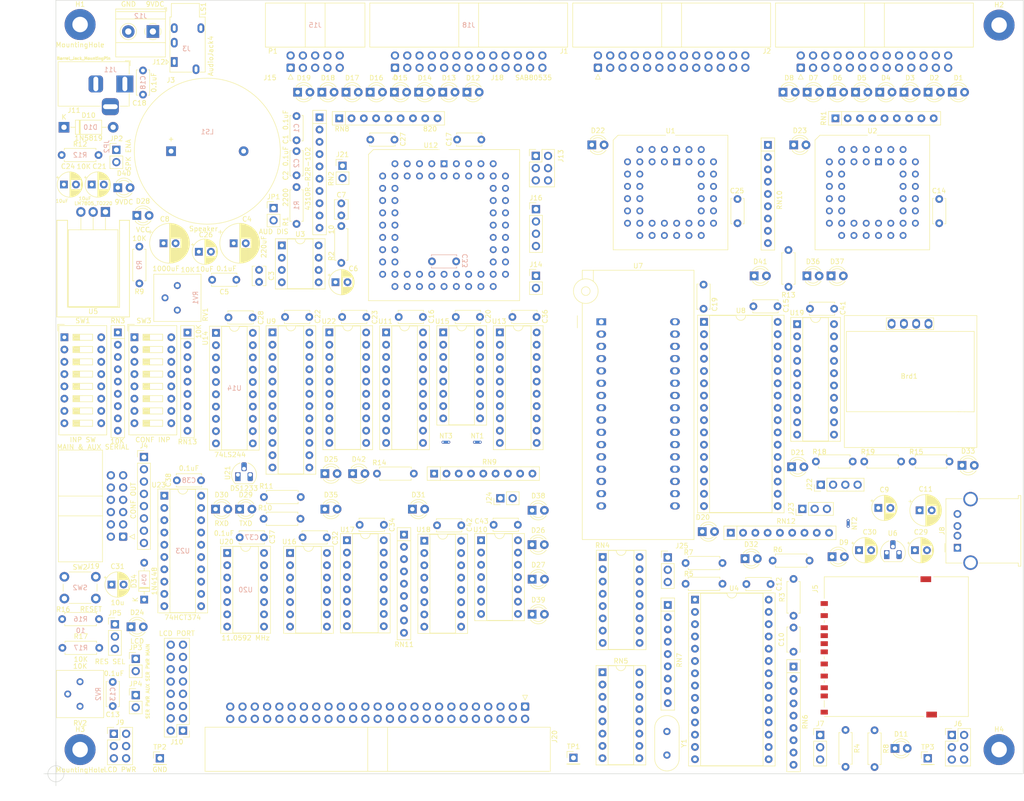
<source format=kicad_pcb>
(kicad_pcb (version 20211014) (generator pcbnew)
  (layers (0 "F.Cu" signal) (31 "B.Cu" signal) (34 "B.Paste" user) (35 "F.Paste" user) (36 "B.SilkS" user "B.Silkscreen") (37 "F.SilkS" user "F.Silkscreen") (38 "B.Mask" user) (39 "F.Mask" user) (44 "Edge.Cuts" user))
  (net 0 "")
  (net 1 "GND")
  (net 2 "VCC")
  (net 3 "RESET")
  (net 4 "LCD-ADJ")
  (net 5 "TX-LED")
  (net 6 "Net-(D2-Pad2)")
  (net 7 "RX-LED")
  (net 8 "Net-(D3-Pad2)")
  (net 9 "PE.0")
  (net 10 "PE.1")
  (net 11 "Net-(D6-Pad2)")
  (net 12 "PE.2")
  (net 13 "Net-(D7-Pad2)")
  (net 14 "PE.3")
  (net 15 "Net-(D8-Pad2)")
  (net 16 "PE.4")
  (net 17 "PE.5")
  (net 18 "PE.6")
  (net 19 "Net-(D11-Pad2)")
  (net 20 "PE.7")
  (net 21 "Net-(D12-Pad2)")
  (net 22 "P1.0")
  (net 23 "P1.1")
  (net 24 "P1.2")
  (net 25 "P1.3")
  (net 26 "P1.4")
  (net 27 "P1.5")
  (net 28 "P1.6")
  (net 29 "P1.7")
  (net 30 "D7")
  (net 31 "D6")
  (net 32 "D5")
  (net 33 "D4")
  (net 34 "D3")
  (net 35 "D2")
  (net 36 "D1")
  (net 37 "D0")
  (net 38 "A0")
  (net 39 "A1")
  (net 40 "A5")
  (net 41 "A2")
  (net 42 "A3")
  (net 43 "A6")
  (net 44 "A7")
  (net 45 "A4")
  (net 46 "A8")
  (net 47 "A12")
  (net 48 "A10")
  (net 49 "A13")
  (net 50 "A9")
  (net 51 "~{WR}")
  (net 52 "A11")
  (net 53 "A14")
  (net 54 "A15")
  (net 55 "~{OE}")
  (net 56 "P4.0")
  (net 57 "P4.1")
  (net 58 "P4.2")
  (net 59 "P4.3")
  (net 60 "P4.4")
  (net 61 "P4.5")
  (net 62 "P4.6")
  (net 63 "P4.7")
  (net 64 "P5.0")
  (net 65 "P5.1")
  (net 66 "P5.2")
  (net 67 "P5.3")
  (net 68 "P5.4")
  (net 69 "P5.5")
  (net 70 "P5.6")
  (net 71 "P5.7")
  (net 72 "P6.0")
  (net 73 "P6.1")
  (net 74 "P6.2")
  (net 75 "P6.3")
  (net 76 "P6.4")
  (net 77 "P6.5")
  (net 78 "P6.6")
  (net 79 "P6.7")
  (net 80 "PA.0")
  (net 81 "PA.1")
  (net 82 "PA.2")
  (net 83 "PA.3")
  (net 84 "PA.4")
  (net 85 "PA.5")
  (net 86 "PA.6")
  (net 87 "PA.7")
  (net 88 "PB.0")
  (net 89 "PB.1")
  (net 90 "PB.2")
  (net 91 "PB.3")
  (net 92 "PB.4")
  (net 93 "PB.5")
  (net 94 "PB.6")
  (net 95 "PB.7")
  (net 96 "PC.0")
  (net 97 "PC.1")
  (net 98 "PC.2")
  (net 99 "PC.3")
  (net 100 "PC.4")
  (net 101 "PC.5")
  (net 102 "PC.6")
  (net 103 "PC.7")
  (net 104 "PD.0")
  (net 105 "PD.1")
  (net 106 "PD.2")
  (net 107 "PD.3")
  (net 108 "PD.4")
  (net 109 "PD.5")
  (net 110 "PD.6")
  (net 111 "PD.7")
  (net 112 "PF.0")
  (net 113 "PF.1")
  (net 114 "PF.2")
  (net 115 "PF.3")
  (net 116 "PF.4")
  (net 117 "PF.5")
  (net 118 "PF.6")
  (net 119 "PF.7")
  (net 120 "~{INT0}")
  (net 121 "~{INT1}")
  (net 122 "T1")
  (net 123 "RxD-0")
  (net 124 "TxD-0")
  (net 125 "RxD-1")
  (net 126 "TxD-1")
  (net 127 "~{RES-OUT}")
  (net 128 "~{PE}")
  (net 129 "RxD")
  (net 130 "TxD")
  (net 131 "~{RD}")
  (net 132 "~{PSEN}")
  (net 133 "T0")
  (net 134 "~{CS-LCD}")
  (net 135 "ALE")
  (net 136 "~{CS-PPI1}")
  (net 137 "~{CS-PPI0}")
  (net 139 "~{EA}")
  (net 140 "~{CS-LATCH-OE}")
  (net 141 "~{CS-MMU-WR}")
  (net 143 "E")
  (net 144 "Net-(D5-Pad2)")
  (net 145 "LCD-PWR1")
  (net 146 "LCD-PWR2")
  (net 147 "~{CS-RAM}")
  (net 148 "Net-(D4-Pad2)")
  (net 149 "Net-(D13-Pad2)")
  (net 150 "Net-(D14-Pad2)")
  (net 151 "Net-(D15-Pad2)")
  (net 152 "Net-(D21-Pad2)")
  (net 153 "Net-(D22-Pad2)")
  (net 154 "Net-(D23-Pad2)")
  (net 155 "Net-(D16-Pad2)")
  (net 156 "Net-(D17-Pad2)")
  (net 157 "Net-(D24-Pad2)")
  (net 158 "Net-(D25-Pad2)")
  (net 159 "Net-(D26-Pad2)")
  (net 160 "Net-(D27-Pad2)")
  (net 161 "Net-(D28-Pad2)")
  (net 162 "Net-(D29-Pad2)")
  (net 163 "Net-(D30-Pad2)")
  (net 164 "Net-(D31-Pad2)")
  (net 165 "Net-(D18-Pad2)")
  (net 166 "Net-(D19-Pad2)")
  (net 167 "Net-(D20-Pad2)")
  (net 168 "~{CS-FF-WR}")
  (net 171 "VDD1")
  (net 172 "Net-(D32-Pad2)")
  (net 173 "Net-(C1-Pad1)")
  (net 174 "ZERO")
  (net 176 "Net-(C2-Pad2)")
  (net 177 "Net-(C6-Pad1)")
  (net 178 "Net-(C7-Pad1)")
  (net 179 "Net-(C8-Pad1)")
  (net 180 "Net-(C8-Pad2)")
  (net 181 "/USB-SD/VDD3")
  (net 182 "/USB-SD/VBUS")
  (net 183 "/USB-SD/VDD2")
  (net 184 "/Power/9VDC")
  (net 185 "/Power/VI")
  (net 186 "/SAB80535/VBB")
  (net 187 "Net-(D1-Pad2)")
  (net 188 "Net-(D9-Pad1)")
  (net 189 "Net-(D33-Pad2)")
  (net 192 "/Audio/AUDIO")
  (net 193 "/USB-SD/SDCS")
  (net 194 "/USB-SD/SDDI")
  (net 195 "/USB-SD/SDCK")
  (net 196 "/USB-SD/SDDO")
  (net 197 "Net-(J5-Pad8)")
  (net 200 "Net-(J6-Pad2)")
  (net 201 "/USB-SD/UD-")
  (net 202 "/USB-SD/UD+")
  (net 205 "Net-(J19-Pad5)")
  (net 206 "Net-(J19-Pad6)")
  (net 209 "Net-(D35-Pad2)")
  (net 210 "~{Y7}")
  (net 211 "~{Y4}")
  (net 212 "~{Y5}")
  (net 213 "~{Y3}")
  (net 214 "~{Y2}")
  (net 215 "~{Y1}")
  (net 216 "~{Y6}")
  (net 217 "ZA14")
  (net 218 "ZA15")
  (net 219 "ZA17")
  (net 220 "ZA16")
  (net 221 "ZA19")
  (net 222 "ZA18")
  (net 223 "ZA21")
  (net 224 "ZA20")
  (net 227 "Net-(D36-Pad2)")
  (net 228 "Net-(D37-Pad2)")
  (net 229 "Net-(D38-Pad2)")
  (net 230 "Net-(D39-Pad2)")
  (net 231 "Net-(J21-Pad2)")
  (net 232 "Net-(JP2-Pad2)")
  (net 233 "ONE")
  (net 234 "/USB-SD/RST")
  (net 235 "Net-(R7-Pad2)")
  (net 236 "I2C-SCL")
  (net 237 "I2C-SDA")
  (net 238 "~{CS-USB-SD}")
  (net 245 "Net-(RN4-Pad13)")
  (net 246 "Net-(RN4-Pad14)")
  (net 247 "Net-(RN4-Pad15)")
  (net 248 "Net-(RN4-Pad16)")
  (net 249 "Net-(RN5-Pad9)")
  (net 250 "Net-(RN5-Pad10)")
  (net 251 "Net-(RN5-Pad11)")
  (net 252 "Net-(RN5-Pad12)")
  (net 253 "Net-(RN5-Pad13)")
  (net 254 "Net-(RN5-Pad14)")
  (net 255 "Net-(RN5-Pad15)")
  (net 256 "Net-(RN5-Pad16)")
  (net 257 "/USB-SD/~{INT-USB}")
  (net 266 "Net-(U4-Pad13)")
  (net 267 "Net-(U4-Pad14)")
  (net 269 "/GALs/CS-LCD-WR")
  (net 270 "A")
  (net 271 "~{CS-I2C-WR}")
  (net 272 "~{IO-SEL}")
  (net 273 "~{Y0}")
  (net 275 "Net-(D40-Pad2)")
  (net 278 "Net-(D41-Pad2)")
  (net 279 "~{CS-I2C}")
  (net 280 "Net-(D42-Pad1)")
  (net 281 "CLK")
  (net 282 "CS-LATCH-WR")
  (net 283 "Net-(J4-Pad1)")
  (net 284 "Net-(J4-Pad2)")
  (net 285 "Net-(J4-Pad3)")
  (net 286 "Net-(J4-Pad4)")
  (net 287 "Net-(J4-Pad5)")
  (net 288 "Net-(J4-Pad6)")
  (net 289 "Net-(J4-Pad7)")
  (net 291 "~{PAGE-EN}")
  (net 293 "Net-(J4-Pad8)")
  (net 294 "~{RES-IN}")
  (net 295 "Net-(J23-Pad2)")
  (net 296 "Net-(J24-Pad1)")
  (net 297 "Net-(RN13-Pad2)")
  (net 299 "Net-(RN13-Pad3)")
  (net 308 "Net-(RN13-Pad4)")
  (net 309 "Net-(RN13-Pad5)")
  (net 310 "Net-(RN13-Pad6)")
  (net 311 "Net-(RN13-Pad7)")
  (net 312 "Net-(RN13-Pad8)")
  (net 313 "Net-(RN13-Pad9)")
  (net 316 "Net-(U16-Pad10)")
  (footprint "Package_DIP:DIP-16_W7.62mm_Socket" (layer "F.Cu") (at 110.16 151.695)
    (fp_text reference "U17")
    (fp_text value "74LS670")
  )
  (footprint "Resistor_THT:R_Axial_DIN0207_L6.3mm_D2.5mm_P7.62mm_Horizontal" (layer "F.Cu") (at 202.5 167.31 90)
    (fp_text reference "R3")
    (fp_text value "1")
  )
  (footprint "Package_DIP:DIP-16_W7.62mm_Socket" (layer "F.Cu") (at 130.075 108.7)
    (fp_text reference "U15")
    (fp_text value "74LS138")
  )
  (footprint "Connector_PinHeader_2.54mm:PinHeader_1x03_P2.54mm_Vertical" (layer "F.Cu") (at 176.5 155.25)
    (fp_text reference "J25")
    (fp_text value "USB-SD INT")
  )
  (footprint "Package_DIP:DIP-28_W15.24mm_Socket" (layer "F.Cu") (at 182.125 163.975)
    (fp_text reference "U4")
    (fp_text value "CH376S")
  )
  (footprint "Resistor_THT:R_Array_SIP9" (layer "F.Cu") (at 62.8 108.7 -90)
    (fp_text reference "RN3")
    (fp_text value "10K")
  )
  (footprint "Resistor_THT:R_Axial_DIN0207_L6.3mm_D2.5mm_P7.62mm_Horizontal" (layer "F.Cu") (at 51.19 72)
    (fp_text reference "R12")
    (fp_text value "10K")
  )
  (footprint "LED_THT:LED_D3.0mm" (layer "F.Cu") (at 192.475 155.5)
    (fp_text reference "D32")
    (fp_text value "USB-SD")
  )
  (footprint "Capacitor_THT:C_Disc_D5.0mm_W2.5mm_P5.00mm" (layer "F.Cu") (at 199.2 103.3 180)
    (fp_text reference "C15")
    (fp_text value "0.1uF")
  )
  (footprint "Connector_PinHeader_2.54mm:PinHeader_1x03_P2.54mm_Vertical" (layer "F.Cu") (at 208 191.975)
    (fp_text reference "J7")
    (fp_text value "SPI PWR")
  )
  (footprint "Capacitor_THT:CP_Radial_D5.0mm_P2.50mm" (layer "F.Cu") (at 51.644888 78.1)
    (fp_text reference "C24")
    (fp_text value "10uF")
  )
  (footprint "Resistor_THT:R_Array_SIP9" (layer "F.Cu") (at 202.5 177.825 -90)
    (fp_text reference "RN6")
    (fp_text value "4700")
  )
  (footprint "Resistor_THT:R_Array_SIP9" (layer "F.Cu") (at 77.2 108.725 -90)
    (fp_text reference "RN13")
    (fp_text value "10K")
  )
  (footprint "Capacitor_THT:C_Disc_D5.0mm_W2.5mm_P5.00mm" (layer "F.Cu") (at 120 68.8 180)
    (fp_text reference "C27")
    (fp_text value "0.1uF")
  )
  (footprint "Capacitor_THT:C_Disc_D5.0mm_W2.5mm_P5.00mm" (layer "F.Cu") (at 102.375 105.5 180)
    (fp_text reference "C22")
    (fp_text value "0.1uF")
  )
  (footprint "Resistor_THT:R_Array_SIP10" (layer "F.Cu") (at 104.5 64.19 -90)
    (fp_text reference "RN2")
    (fp_text value "4310R-R2R-102")
  )
  (footprint "NetTie:NetTie-2_THT_Pad0.3mm" (layer "F.Cu") (at 136.525 131.4)
    (fp_text reference "NT1")
    (fp_text value "NetTie_2")
  )
  (footprint "TerminalBlock_Phoenix:TerminalBlock_Phoenix_MKDS-1,5-2-5.08_1x02_P5.08mm_Horizontal" (layer "F.Cu") (at 70.045 46.445 180)
    (fp_text reference "J12")
    (fp_text value "9VDC")
  )
  (footprint "SSD1306:128x64OLED" (layer "F.Cu") (at 226.4 117.5)
    (fp_text reference "Brd1")
    (fp_text value "SSD1306")
  )
  (footprint "Connector_PinHeader_2.54mm:PinHeader_2x03_P2.54mm_Vertical" (layer "F.Cu") (at 235.225 191.975)
    (fp_text reference "J6")
    (fp_text value "AVR SPI")
  )
  (footprint "Resistor_THT:R_Axial_DIN0207_L6.3mm_D2.5mm_P7.62mm_Horizontal" (layer "F.Cu") (at 180.19 160.7)
    (fp_text reference "R5")
    (fp_text value "4700")
  )
  (footprint "Resistor_THT:R_Array_SIP9" (layer "F.Cu") (at 121.96 150.52 -90)
    (fp_text reference "RN11")
    (fp_text value "470")
  )
  (footprint "Connector_PinHeader_2.54mm:PinHeader_2x03_P2.54mm_Vertical" (layer "F.Cu") (at 149.21 72.17)
    (fp_text reference "J13")
    (fp_text value "~{PE} ~{EA}")
  )
  (footprint "Capacitor_THT:C_Disc_D5.0mm_W2.5mm_P5.00mm" (layer "F.Cu") (at 145.5 148.5 180)
    (fp_text reference "C43")
    (fp_text value "0.1uF")
  )
  (footprint "Resistor_THT:R_Axial_DIN0207_L6.3mm_D2.5mm_P7.62mm_Horizontal" (layer "F.Cu") (at 93 142.75)
    (fp_text reference "R11")
    (fp_text value "220")
  )
  (footprint "LED_THT:LED_D3.0mm" (layer "F.Cu") (at 210.255 97)
    (fp_text reference "D37")
    (fp_text value "T1")
  )
  (footprint "Connector_PinHeader_2.54mm:PinHeader_1x02_P2.54mm_Vertical" (layer "F.Cu") (at 141.89 143 90)
    (fp_text reference "J24")
    (fp_text value "EXT RES")
  )
  (footprint "Connector_USB:USB_A_Molex_67643_Horizontal" (layer "F.Cu") (at 236.39 153.25 90)
    (fp_text reference "J8")
    (fp_text value "USB_A")
  )
  (footprint "LED_THT:LED_D3.0mm" (layer "F.Cu") (at 202.1 136.5)
    (fp_text reference "D21")
    (fp_text value "RAM")
  )
  (footprint "Connector_PinHeader_2.54mm:PinHeader_1x08_P2.54mm_Vertical" (layer "F.Cu") (at 68.2 134.475)
    (fp_text reference "J4")
    (fp_text value "CONF OUT")
  )
  (footprint "Package_DIP:DIP-24_W7.62mm_Socket" (layer "F.Cu") (at 94.775 108.7)
    (fp_text reference "U9")
    (fp_text value "GAL22V10")
  )
  (footprint "LED_THT:LED_D3.0mm" (layer "F.Cu") (at 83 145.25)
    (fp_text reference "D30")
    (fp_text value "RXD")
  )
  (footprint "Resistor_THT:R_Axial_DIN0207_L6.3mm_D2.5mm_P7.62mm_Horizontal" (layer "F.Cu") (at 92.94 147.25)
    (fp_text reference "R10")
    (fp_text value "220")
  )
  (footprint "Package_LCC:PLCC-68_THT-Socket" (layer "F.Cu") (at 130.25 73.8)
    (fp_text reference "U12")
    (fp_text value "SAB80C535")
  )
  (footprint "Package_DIP:DIP-14_W7.62mm_Socket" (layer "F.Cu") (at 98.41 154.32)
    (fp_text reference "U16")
    (fp_text value "74LS74")
  )
  (footprint "LED_THT:LED_D3.0mm" (layer "F.Cu") (at 148.435 152.6)
    (fp_text reference "D26")
    (fp_text value "~{OE}")
  )
  (footprint "Package_DIP:DIP-20_W7.62mm_Socket" (layer "F.Cu") (at 118.275 108.7)
    (fp_text reference "U11")
    (fp_text value "GAL16V8")
  )
  (footprint "LED_THT:LED_D3.0mm" (layer "F.Cu") (at 200.32 59)
    (fp_text reference "D8")
    (fp_text value "PE.7")
  )
  (footprint "LED_THT:LED_D3.0mm" (layer "F.Cu") (at 119.975 59)
    (fp_text reference "D15")
    (fp_text value "P1.3")
  )
  (footprint "Connector_IDC:IDC-Header_2x13_P2.54mm_Horizontal" (layer "F.Cu") (at 203.99 53.9475 90)
    (fp_text reference "J2")
    (fp_text value "PPI1")
  )
  (footprint "Resistor_THT:R_Array_SIP9" (layer "F.Cu") (at 189.525 150.15)
    (fp_text reference "RN12")
    (fp_text value "10K")
  )
  (footprint "Resistor_THT:R_Array_SIP9" (layer "F.Cu") (at 197.2 69.9 -90)
    (fp_text reference "RN10")
    (fp_text value "10K")
  )
  (footprint "Resistor_THT:R_Axial_DIN0207_L6.3mm_D2.5mm_P7.62mm_Horizontal" (layer "F.Cu") (at 51.34 173.95)
    (fp_text reference "R17")
    (fp_text value "10K")
  )
  (footprint "Resistor_THT:R_Array_SIP9" (layer "F.Cu") (at 108.575 64.4)
    (fp_text reference "RN8")
    (fp_text value "820")
  )
  (footprint "Resistor_THT:R_Axial_DIN0207_L6.3mm_D2.5mm_P7.62mm_Horizontal" (layer "F.Cu") (at 67.25 90.94 -90)
    (fp_text reference "R9")
    (fp_text value "10K")
  )
  (footprint "Capacitor_THT:C_Disc_D3.8mm_W2.6mm_P2.50mm" (layer "F.Cu") (at 109 84.5 90)
    (fp_text reference "C7")
    (fp_text value "47pF")
  )
  (footprint "LED_THT:LED_D3.0mm" (layer "F.Cu") (at 223.475 194.75)
    (fp_text reference "D11")
    (fp_text value "VDD")
  )
  (footprint "Button_Switch_THT:SW_DIP_SPSTx08_Slide_9.78x22.5mm_W7.62mm_P2.54mm" (layer "F.Cu") (at 66.2325 109.7)
    (fp_text reference "SW3")
    (fp_text value "CONF INP")
  )
  (footprint "Capacitor_THT:C_Disc_D5.0mm_W2.5mm_P5.00mm" (layer "F.Cu") (at 61.75 181 -90)
    (fp_text reference "C13")
    (fp_text value "0.1uF")
  )
  (footprint "Diode_THT:D_DO-35_SOD27_P7.62mm_Horizontal" (layer "F.Cu") (at 68.25 163.96 90)
    (fp_text reference "D34")
    (fp_text value "1N4148")
  )
  (footprint "MountingHole:MountingHole_3.2mm_M3_Pad" (layer "F.Cu") (at 55 45)
    (fp_text reference "H1")
    (fp_text value "MountingHole")
  )
  (footprint "Capacitor_THT:CP_Radial_D6.3mm_P2.50mm" (layer "F.Cu") (at 228.567621 145.5)
    (fp_text reference "C11")
    (fp_text value "100u")
  )
  (footprint "Capacitor_THT:CP_Radial_D5.0mm_P2.50mm" (layer "F.Cu") (at 227.589776 153.75)
    (fp_text reference "C29")
    (fp_text value "10u")
  )
  (footprint "Capacitor_THT:C_Disc_D3.8mm_W2.6mm_P2.50mm" (layer "F.Cu") (at 92 95.75 -90)
    (fp_text reference "C3")
    (fp_text value "470pF")
  )
  (footprint "Resistor_THT:R_Axial_DIN0207_L6.3mm_D2.5mm_P7.62mm_Horizontal" (layer "F.Cu") (at 198.19 155.9)
    (fp_text reference "R6")
    (fp_text value "1")
  )
  (footprint "Connector_PinHeader_2.54mm:PinHeader_1x01_P2.54mm_Vertical" (layer "F.Cu") (at 71.5 196.8)
    (fp_text reference "TP2")
    (fp_text value "GND")
  )
  (footprint "Capacitor_THT:C_Disc_D5.0mm_W2.5mm_P5.00mm" (layer "F.Cu") (at 99.75 76.19 90)
    (fp_text reference "C2")
    (fp_text value "0.1uF")
  )
  (footprint "LED_THT:LED_D3.0mm" (layer "F.Cu") (at 148.46 167)
    (fp_text reference "D39")
    (fp_text value "~{IO-SEL}")
  )
  (footprint "LED_THT:LED_D3.0mm" (layer "F.Cu") (at 210.325 59)
    (fp_text reference "D6")
    (fp_text value "PE.5")
  )
  (footprint "Capacitor_THT:C_Disc_D5.0mm_W2.5mm_P5.00mm" (layer "F.Cu") (at 87.3 97.8 180)
    (fp_text reference "C5")
    (fp_text value "0.1uF")
  )
  (footprint "Package_DIP:DIP-16_W7.62mm_Socket" (layer "F.Cu") (at 163 179)
    (fp_text reference "RN5")
    (fp_text value "R_Pack08")
  )
  (footprint "Capacitor_THT:C_Disc_D5.0mm_W2.5mm_P5.00mm" (layer "F.Cu") (at 80 139.3 180)
    (fp_text reference "C38")
    (fp_text value "0.1uF")
  )
  (footprint "Package_TO_SOT_THT:TO-92L_HandSolder" (layer "F.Cu") (at 87.625 138.15)
    (fp_text reference "U21")
    (fp_text value "DS1233")
  )
  (footprint "LED_THT:LED_D3.0mm" (layer "F.Cu") (at 105.6 137.9)
    (fp_text reference "D25")
    (fp_text value "LTC IN")
  )
  (footprint "LED_THT:LED_D3.0mm" (layer "F.Cu") (at 105.6 145.25)
    (fp_text reference "D35")
    (fp_text value "FF")
  )
  (footprint "LED_THT:LED_D3.0mm" (layer "F.Cu") (at 111.35 137.9)
    (fp_text reference "D42")
    (fp_text value "LTC OUT")
  )
  (footprint "Capacitor_THT:C_Disc_D5.0mm_W2.5mm_P5.00mm" (layer "F.Cu") (at 68 54.5 -90)
    (fp_text reference "C18")
    (fp_text value "0.1uF")
  )
  (footprint "Capacitor_THT:C_Disc_D5.0mm_W2.5mm_P5.00mm" (layer "F.Cu") (at 232.62 86.1 90)
    (fp_text reference "C14")
    (fp_text value "0.1uF")
  )
  (footprint "Resistor_THT:R_Array_SIP9" (layer "F.Cu") (at 128.2 137.9)
    (fp_text reference "RN9")
    (fp_text value "10K")
  )
  (footprint "Capacitor_THT:CP_Radial_D5.0mm_P2.50mm" (layer "F.Cu") (at 216.044888 153.75)
    (fp_text reference "C30")
    (fp_text value "10u")
  )
  (footprint "Package_DIP:DIP-20_W7.62mm_Socket" (layer "F.Cu") (at 106.525 108.7)
    (fp_text reference "U22")
    (fp_text value "GAL16V8")
  )
  (footprint "LED_THT:LED_D3.0mm" (layer "F.Cu") (at 183.625 149.9)
    (fp_text reference "D20")
    (fp_text value "ROM")
  )
  (footprint "Capacitor_THT:C_Disc_D5.0mm_W2.5mm_P5.00mm" (layer "F.Cu") (at 133.8 148.6 180)
    (fp_text reference "C42")
    (fp_text value "0.1uF")
  )
  (footprint "MountingHole:MountingHole_3.2mm_M3_Pad" (layer "F.Cu") (at 245 45.1175)
    (fp_text reference "H2")
    (fp_text value "MountingHole")
  )
  (footprint "MountingHole:MountingHole_3.2mm_M3_Pad" (layer "F.Cu") (at 245 195)
    (fp_text reference "H4")
    (fp_text value "MountingHole")
  )
  (footprint "LED_THT:LED_D3.0mm" (layer "F.Cu") (at 235.325 59)
    (fp_text reference "D1")
    (fp_text value "PE.0")
  )
  (footprint "Capacitor_THT:C_Disc_D5.0mm_W2.5mm_P5.00mm" (layer "F.Cu") (at 183.9 103.8 90)
    (fp_text reference "C19")
    (fp_text value "0.1uF")
  )
  (footprint "LED_THT:LED_D3.0mm" (layer "F.Cu") (at 66.725 84.5)
    (fp_text reference "D28")
    (fp_text value "VCC")
  )
  (footprint "LED_THT:LED_D3.0mm" (layer "F.Cu") (at 194.36 97)
    (fp_text reference "D41")
    (fp_text value "~{RES-OUT}")
  )
  (footprint "Connector_BarrelJack:BarrelJack_Horizontal" (layer "F.Cu") (at 64.25 57.2925)
    (fp_text reference "J11")
    (fp_text value "Barrel_Jack_MountingPin")
  )
  (footprint "Capacitor_THT:C_Disc_D5.0mm_W2.5mm_P5.00mm" (layer "F.Cu") (at 149.375 105.5 180)
    (fp_text reference "C36")
    (fp_text value "0.1uF")
  )
  (footprint "LED_THT:LED_D3.0mm" (layer "F.Cu") (at 225.325 59)
    (fp_text reference "D3")
    (fp_text value "PE.2")
  )
  (footprint "Diode_THT:D_DO-41_SOD81_P10.16mm_Horizontal" (layer "F.Cu") (at 51.67 66.25)
    (fp_text reference "D10")
    (fp_text value "1N5819")
  )
  (footprint "Capacitor_THT:C_Disc_D5.0mm_W2.5mm_P5.00mm" (layer "F.Cu") (at 125.875 105.5 180)
    (fp_text reference "C16")
    (fp_text value "0.1uF")
  )
  (footprint "Connector_PinHeader_2.54mm:PinHeader_1x02_P2.54mm_Vertical" (layer "F.Cu") (at 109.25 74.225)
    (fp_text reference "J21")
    (fp_text value "NMOS")
  )
  (footprint "LED_THT:LED_D3.0mm" (layer "F.Cu") (at 202.54 69.9)
    (fp_text reference "D23")
    (fp_text value "PPI1")
  )
  (footprint "LED_THT:LED_D3.0mm" (layer "F.Cu") (at 215.325 59)
    (fp_text reference "D5")
    (fp_text value "PE.4")
  )
  (footprint "Resistor_THT:R_Axial_DIN0207_L6.3mm_D2.5mm_P7.62mm_Horizontal" (layer "F.Cu") (at 51.29 168)
    (fp_text reference "R16")
    (fp_text value "10")
  )
  (footprint "Capacitor_THT:C_Disc_D5.0mm_W2.5mm_P5.00mm" (layer "F.Cu") (at 117.8 148.5 180)
    (fp_text reference "C34")
    (fp_text value "0.1uF")
  )
  (footprint "NetTie:NetTie-2_THT_Pad0.3mm" (layer "F.Cu") (at 130.025 131.4)
    (fp_text reference "NT3")
    (fp_text value "NetTie_2")
  )
  (footprint "Connector_PinHeader_2.54mm:PinHeader_1x02_P2.54mm_Vertical" (layer "F.Cu") (at 149.25 96.975)
    (fp_text reference "J14")
    (fp_text value "CMOS")
  )
  (footprint "LED_THT:LED_D3.0mm" (layer "F.Cu") (at 148.45 145.5)
    (fp_text reference "D38")
    (fp_text value "ALE")
  )
  (footprint "Resistor_THT:R_Axial_DIN0207_L6.3mm_D2.5mm_P7.62mm_Horizontal" (layer "F.Cu") (at 109 86.69 -90)
    (fp_text reference "R2")
    (fp_text value "10")
  )
  (footprint "Capacitor_THT:CP_Radial_D5.0mm_P2.50mm" (layer "F.Cu") (at 107.794888 98.3)
    (fp_text reference "C6")
    (fp_text value "47uF")
  )
  (footprint "LED_THT:LED_D3.0mm" (layer "F.Cu") (at 87.975 145.25)
    (fp_text reference "D29")
    (fp_text value "TXD")
  )
  (footprint "Potentiometer_THT:Potentiometer_Bourns_3386P_Vertical" (layer "F.Cu") (at 75.1 99 180)
    (fp_text reference "RV1")
    (fp_text value "10K")
  )
  (footprint "LED_THT:LED_D3.0mm" (layer "F.Cu") (at 129.975 59)
    (fp_text reference "D13")
    (fp_text value "P1.1")
  )
  (footprint "Package_DIP:DIP-20_W7.62mm_Socket" (layer "F.Cu") (at 203.25 106.975)
    (fp_text reference "U19")
    (fp_text value "PCF8584")
  )
  (footprint "Package_DIP:DIP-16_W7.62mm_Socket" (layer "F.Cu") (at 163.05 155.15)
    (fp_text reference "RN4")
    (fp_text value "R_Pack08")
  )
  (footprint "Resistor_THT:R_Axial_DIN0207_L6.3mm_D2.5mm_P7.62mm_Horizontal" (layer "F.Cu") (at 116.375 137.9)
    (fp_text reference "R14")
    (fp_text value "10K")
  )
  (footprint "Package_DIP:DIP-20_W7.62mm_Socket" (layer "F.Cu") (at 141.775 108.7)
    (fp_text reference "U13")
    (fp_text value "74LS373")
  )
  (footprint "Connector_PinHeader_2.54mm:PinHeader_1x01_P2.54mm_Vertical" (layer "F.Cu") (at 157 196.7)
    (fp_text reference "TP1")
    (fp_text value "VCC")
  )
  (footprint "LED_THT:LED_D3.0mm" (layer "F.Cu") (at 134.975 59)
    (fp_text reference "D12")
    (fp_text value "P1.0")
  )
  (footprint "Connector_PinHeader_2.54mm:PinHeader_1x03_P2.54mm_Vertical" (layer "F.Cu") (at 204.33 145.2 90)
    (fp_text reference "J23")
    (fp_text value "I2C INT")
  )
  (footprint "LED_THT:LED_D3.0mm" (layer "F.Cu") (at 237.33 136.2)
    (fp_text reference "D33")
    (fp_text value "I2C")
  )
  (footprint "Resistor_THT:R_Axial_DIN0207_L6.3mm_D2.5mm_P7.62mm_Horizontal" (layer "F.Cu") (at 213.25 190.94 -90)
    (fp_text reference "R4")
    (fp_text value "100K")
  )
  (footprint "Connector_PinHeader_2.54mm:PinHeader_2x03_P2.54mm_Vertical" (layer "F.Cu") (at 61.975 191.725)
    (fp_text reference "J9")
    (fp_text value "LCD PWR")
  )
  (footprint "LED_THT:LED_D3.0mm" (layer "F.Cu") (at 62.79 78.75)
    (fp_text reference "D40")
    (fp_text value "9VDC")
  )
  (footprint "Connector_IDC:IDC-Header_2x25_P2.54mm_Horizontal" (layer "F.Cu") (at 147 186.1025 -90)
    (fp_text reference "J20")
    (fp_text value "EXP BUS")
  )
  (footprint "Capacitor_THT:C_Disc_D5.0mm_W2.5mm_P5.00mm" (layer "F.Cu") (at 90.675 105.6 180)
    (fp_text reference "C28")
    (fp_text value "0.1uF")
  )
  (footprint "Connector_IDC:IDC-Header_2x13_P2.54mm_Horizontal" (layer "F.Cu") (at 162.06 53.9475 90)
    (fp_text reference "J1")
    (fp_text value "PPI0")
  )
  (footprint "Capacitor_THT:C_Disc_D5.0mm_W2.5mm_P5.00mm" (layer "F.Cu") (at 114.175 105.5 180)
    (fp_text reference "C23")
    (fp_text value "0.1uF")
  )
  (footprint "Package_LCC:PLCC-44_THT-Socket" (layer "F.Cu") (at 220.07 73.4)
    (fp_text reference "U2")
    (fp_text value "82C55A_PLCC")
  )
  (footprint "Capacitor_THT:C_Disc_D5.0mm_W2.5mm_P5.00mm" (layer "F.Cu") (at 93 151.1 180)
    (fp_text reference "C37")
    (fp_text value "0.1uF")
  )
  (footprint "LED_THT:LED_D3.0mm" (layer "F.Cu") (at 99.975 59)
    (fp_text reference "D19")
    (fp_text value "P1.7")
  )
  (footprint "LED_THT:LED_D3.0mm" (layer "F.Cu") (at 230.325 59)
    (fp_text reference "D2")
    (fp_text value "PE.1")
  )
  (footprint "Resistor_THT:R_Axial_DIN0207_L6.3mm_D2.5mm_P7.62mm_Horizontal" (layer "F.Cu") (at 201.45 91.65 -90)
    (fp_text reference "R13")
    (fp_text value "10K")
  )
  (footprint "LED_THT:LED_D3.0mm" (layer "F.Cu") (at 160.79 69.9)
    (fp_text reference "D22")
    (fp_text value "PPI0")
  )
  (footprint "Button_Switch_THT:SW_DIP_SPSTx08_Slide_9.78x22.5mm_W7.62mm_P2.54mm" (layer "F.Cu") (at 51.75 109.7)
    (fp_text reference "SW1")
    (fp_text value "INP SW")
  )
  (footprint "Capacitor_THT:C_Disc_D5.0mm_W2.5mm_P5.00mm" (layer "F.Cu") (at 106 151.1 180)
    (fp_text reference "C32")
    (fp_text value "0.1uF")
  )
  (footprint "Capacitor_THT:C_Disc_D5.0mm_W2.5mm_P5.00mm" (layer "F.Cu") (at 202.5 174.75 90)
    (fp_text reference "C10")
    (fp_text value "0.1u")
  )
  (footprint "NetTie:NetTie-2_THT_Pad0.3mm" (layer "F.Cu") (at 213.8 147.6 -90)
    (fp_text reference "NT2")
    (fp_text value "NetTie_2")
  )
  (footprint "LED_THT:LED_D3.0mm" (layer "F.Cu") (at 205.255 97)
    (fp_text reference "D36")
    (fp_text value "T0")
  )
  (footprint "Crystal:Crystal_HC49-4H_Vertical" (layer "F.Cu") (at 176.325 191.25 -90)
    (fp_text reference "Y1")
    (fp_text value "Crystal")
  )
  (footprint "Potentiometer_THT:Potentiometer_Bourns_3386P_Vertical" (layer "F.Cu") (at 54.985 180.96 180)
    (fp_text reference "RV2")
    (fp_text value "10K")
  )
  (footprint "Package_TO_SOT_THT:TO-220-3_Horizontal_TabDown" (layer "F.Cu") (at 60.24 83.77 180)
    (fp_text reference "U5")
    (fp_text value "LM7805_TO220")
  )
  (footprint "LED_THT:LED_D3.0mm" (layer "F.Cu") (at 104.975 59)
    (fp_text reference "D18")
    (fp_text value "P1.6")
  )
  (footprint "LED_THT:LED_D3.0mm" (layer "F.Cu") (at 148.465 159.75)
    (fp_text reference "D27")
    (fp_text value "~{WR}")
  )
  (footprint "Package_DIP:DIP-14_W7.62mm_Socket" (layer "F.Cu") (at 85.41 154.32)
    (fp_text reference "U20")
    (fp_text value "11.0592 MHz")
  )
  (footprint "Connector_PinHeader_2.54mm:PinHeader_1x01_P2.54mm_Vertical" (layer "F.Cu") (at 230.25 196.8)
    (fp_text reference "TP3")
    (fp_text value "VDD")
  )
  (footprint "Connector_IDC:IDC-Header_2x06_P2.54mm_Horizontal" (layer "F.Cu") (at 63.8975 150.95 180)
    (fp_text reference "J19")
    (fp_text value "MAIN & AUX SERIAL")
  )
  (footprint "Socket:DIP_Socket-32_W11.9_W12.7_W15.24_W17.78_W18.5_3M_232-1285-00-0602J" (layer "F.Cu") (at 162.749888 106.5)
    (fp_text reference "U7")
    (fp_text value "SST39SF040")
  )
  (footprint "Capacitor_THT:CP_Radial_D5.0mm_P2.50mm" (layer "F.Cu") (at 79.544888 92)
    (fp_text reference "C26")
    (fp_text value "10uF")
  )
  (footprint "Package_DIP:DIP-32_W15.24mm_Socket" (layer "F.Cu") (at 183.984888 106.525)
    (fp_text reference "U8")
    (fp_text value "AS6C4008-55PCN")
  )
  (footprint "Resistor_THT:R_Array_SIP9" (layer "F.Cu") (at 211.155 64.4)
    (fp_text reference "RN1")
    (fp_text value "820")
  )
  (footprint "Package_DIP:DIP-20_W7.62mm_Socket" (layer "F.Cu") (at 72.41 142.47)
    (fp_text reference "U23")
    (fp_text value "74HCT374")
  )
  (footprint "Connector_IDC:IDC-Header_2x05_P2.54mm_Horizontal" (layer "F.Cu") (at 98.52 53.9475 90)
    (fp_text reference "J15")
    (fp_text value "P1")
  )
  (footprint "Package_DIP:DIP-14_W7.62mm_Socket" (layer "F.Cu") (at 137.91 151.695)
    (fp_text reference "U10")
    (fp_text value "74LS30")
  )
  (footprint "Button_Switch_THT:SW_PUSH_6mm" (layer "F.Cu") (at 51.75 159.25)
    (fp_text reference "SW2")
    (fp_text value "RESET")
  )
  (footprint "LED_THT:LED_D3.0mm" (layer "F.Cu") (at 125 59)
    (fp_text reference "D14")
    (fp_text value "P1.2")
  )
  (footprint "Capacitor_THT:CP_Radial_D5.0mm_P2.50mm" (layer "F.Cu") (at 220.027267 145)
    (fp_text reference "C9")
    (fp_text value "10u")
  )
  (footprint "Capacitor_THT:C_Disc_D5.0mm_W2.5mm_P5.00mm" (layer "F.Cu") (at 132.95 68.8)
    (fp_text reference "C17")
    (fp_text value "0.1uF")
  )
  (footprint "MountingHole:MountingHole_3.2mm_M3_Pad" (layer "F.Cu") (at 55 195)
    (fp_text reference "H3")
    (fp_text value "MountingHole")
  )
  (footprint "Connector_PinHeader_2.54mm:PinHeader_1x02_P2.54mm_Vertical" (layer "F.Cu") (at 66.5 183.725)
    (fp_text reference "JP4")
    (fp_text value "SER PWR AUX")
  )
  (footprint "Amphenol SD Card:SD_Card_Receptacle" (layer "F.Cu") (at 221 173.75 90)
    (fp_text reference "J5")
    (fp_text value "SD_Card")
  )
  (footprint "Resistor_THT:R_Axial_DIN0207_L6.3mm_D2.5mm_P7.62mm_Horizontal" (layer "F.Cu") (at 227.12 135.4)
    (fp_text reference "R15")
    (fp_text value "4700")
  )
  (footprint "Resistor_THT:R_Array_SIP9" (layer "F.Cu") (at 176.5 165.075 -90)
    (fp_text reference "RN7")
    (fp_text value "4700")
  )
  (footprint "Connector_IDC:IDC-Header_2x13_P2.54mm_Horizontal" (layer "F.Cu") (at 120.1 53.9475 90)
    (fp_text reference "J18")
    (fp_text value "SAB80535")
  )
  (footprint "Connector_PinHeader_2.54mm:PinHeader_1x02_P2.54mm_Vertical" (layer "F.Cu") (at 66.5 176.225)
    (fp_text reference "JP3")
    (fp_text value "SER PWR MAIN")
  )
  (footprint "Package_TO_SOT_THT:TO-92_HandSolder" (layer "F.Cu") (at 221.774888 154.27)
    (fp_text reference "U6")
    (fp_text value "LP2950-3.3_TO92")
  )
  (footprint "Package_DIP:DIP-16_W7.62mm_Socket" (layer "F.Cu") (at 126.16 151.795)
    (fp_text reference "U18")
    (fp_text value "74LS670")
  )
  (footprint "LED_THT:LED_D3.0mm" (layer "F.Cu") (at 123.695 145.25)
    (fp_text reference "D31")
    (fp_text value "MMU")
  )
  (footprint "Connector_PinHeader_2.54mm:PinHeader_1x04_P2.54mm_Vertical" (layer "F.Cu") (at 149.25 83.2)
    (fp_text reference "J16")
    (fp_text value "FE    SS")
  )
  (footprint "LED_THT:LED_D3.0mm" (layer "F.Cu") (at 205.325 59)
    (fp_text reference "D7")
    (fp_text value "PE.6")
  )
  (footprint "Capacitor_THT:CP_Radial_D8.0mm_P2.50mm" (layer "F.Cu") (at 86.75 90.25)
    (fp_text reference "C4")
    (fp_text value "220uF")
  )
  (footprint "LED_THT:LED_D3.0mm" (layer "F.Cu") (at 114.975 59)
    (fp_text reference "D16")
    (fp_text value "P1.4")
  )
  (footprint "Connector_PinHeader_2.54mm:PinHeader_2x08_P2.54mm_Vertical" (layer "F.Cu") (at 76.275 191.075 180)
    (fp_text reference "J10")
    (fp_text value "LCD PORT")
  )
  (footprint "Capacitor_THT:C_Disc_D5.0mm_W2.5mm_P5.00mm" (layer "F.Cu") (at 190.92 86.1 90)
    (fp_text reference "C25")
    (fp_text value "0.1uF")
  )
  (footprint "Capacitor_THT:CP_Radial_D5.0mm_P2.50mm" (layer "F.Cu") (at 61.494888 160.85)
    (fp_text reference "C31")
    (fp_text value "10u")
  )
  (footprint "Package_DIP:DIP-8_W7.62mm_Socket" (layer "F.Cu") (at 96.7 90.7)
    (fp_text reference "U3")
    (fp_text value "LM386")
  )
  (footprint "Connector_PinHeader_2.54mm:PinHeader_1x02_P2.54mm_Vertical" (layer "F.Cu") (at 62.5 70.925)
    (fp_text reference "JP2")
    (fp_text value "SPK ENA")
  )
  (footprint "Resistor_THT:R_Axial_DIN0207_L6.3mm_D2.5mm_P7.62mm_Horizontal" (layer "F.Cu") (at 207.12 135.4)
    (fp_text reference "R18")
    (fp_text value "10K")
  )
  (footprint "Resistor_THT:R_Axial_DIN0207_L6.3mm_D2.5mm_P7.62mm_Horizontal" (layer "F.Cu") (at 187.81 156.4 180)
    (fp_text reference "R7")
    (fp_text value "1000")
  )
  (footprint "Capacitor_THT:C_Disc_D5.0mm_W2.5mm_P5.00mm" (layer "F.Cu") (at 137.675 105.5 180)
    (fp_text reference "C20")
    (fp_text value "0.1uF")
  )
  (footprint "Resistor_THT:R_Axial_DIN0207_L6.3mm_D2.5mm_P7.62mm_Horizontal" (layer "F.Cu") (at 219.25 191 -90)
    (fp_text reference "R8")
    (fp_text value "470")
  )
  (footprint "Package_LCC:PLCC-44_THT-Socket" (layer "F.Cu") (at 178.34 73.4)
    (fp_text reference "U1")
    (fp_text value "82C55A_PLCC")
  )
  (footprint "Capacitor_THT:C_Disc_D5.0mm_W2.5mm_P5.00mm" (layer "F.Cu") (at 99.75 63.94 -90)
    (fp_text reference "C1")
    (fp_text value "0.1uF")
  )
  (footprint "LED_THT:LED_D3.0mm" (layer "F.Cu") (at 210.47 155.1)
    (fp_text reference "D9")
    (fp_text value "USB-SD")
  )
  (footprint "LED_THT:LED_D3.0mm" (layer "F.Cu") (at 109.975 59)
    (fp_text reference "D17")
    (fp_text value "P1.5")
  )
  (footprint "Capacitor_THT:CP_Radial_D5.0mm_P2.50mm" (layer "F.Cu") (at 57.4 78.1)
    (fp_text reference "C21")
    (fp_text value "10uF")
  )
  (footprint "Capacitor_THT:C_Disc_D5.0mm_W2.5mm_P5.00mm" (layer "F.Cu") (at 210.9 103.8 180)
    (fp_text reference "C41")
    (fp_text value "0.1uF")
  )
  (footprint "Package_DIP:DIP-20_W7.62mm_Socket" (layer "F.Cu") (at 83.085 108.795)
    (fp_text reference "U14")
    (fp_text value "74LS244")
  )
  (footprint "Capacitor_THT:CP_Radial_D8.0mm_P2.50mm" (layer "F.Cu") (at 72.247349 90.25)
    (fp_text reference "C8")
    (fp_text value "1000uF")
  )
  (footprint "Connector_PinHeader_2.54mm:PinHeader_1x04_P2.54mm_Vertical" (layer "F.Cu") (at 208.13 140.2 90)
    (fp_text reference "J22")
    (fp_text value "EXT I2C")
  )
  (footprint "Resistor_THT:R_Axial_DIN0207_L6.3mm_D2.5mm_P7.62mm_Horizontal" (layer "F.Cu") (at 217.12 135.4)
    (fp_text reference "R19")
    (fp_text value "10K")
  )
  (footprint "Resistor_THT:R_Axial_DIN0207_L6.3mm_D2.5mm_P7.62mm_Horizontal" (layer "F.Cu") (at 99.75 86.25 90)
    (fp_text reference "R1")
    (fp_text value "2200")
  )
  (footprint "Capacitor_THT:C_Disc_D5.0mm_W2.5mm_P5.00mm" (layer "F.Cu") (at 197.75 160.75 180)
    (fp_text reference "C12")
    (fp_text value "0.1u")
  )
  (footprint "LED_THT:LED_D3.0mm" (layer "F.Cu") (at 65.525 169.6)
    (fp_text reference "D24")
    (fp_text value "LCD")
  )
  (footprint "Connector_Audio:Jack_3.5mm_PJ320E_Horizontal" (layer "F.Cu") (at 74.4675 52.75)
    (fp_text reference "J3")
    (fp_text value "AudioJack4")
  )
  (footprint "Connector_PinHeader_2.54mm:PinHeader_1x03_P2.54mm_Vertical" (layer "F.Cu") (at 62.2 169.075)
    (fp_text reference "JP5")
    (fp_text value "RES SEL")
  )
  (footprint "Jameco PCB Speaker 30mm 135722:Jameco PCB Speaker 30mm 135722" (layer "F.Cu") (at 77.5 71.2)
    (fp_text reference "LS1")
    (fp_text value "Speaker")
  )
  (footprint "Connector_PinHeader_2.54mm:PinHeader_1x02_P2.54mm_Vertical" (layer "F.Cu") (at 95 82.975)
    (fp_text reference "JP1")
    (fp_text value "AUD DIS")
  )
  (footprint "LED_THT:LED_D3.0mm" (layer "F.Cu") (at 220.325 59)
    (fp_text reference "D4")
    (fp_text value "PE.3")
  )
  (footprint "Capacitor_THT:C_Disc_D5.0mm_W2.5mm_P5.00mm" (layer "B.Cu") (at 132.75 94 180)
    (fp_text reference "C33")
    (fp_text value "0.1uF")
  )
  (gr_line (start 50.2 105.5) (end 65.2 105.5) (layer "F.SilkS") (width 0.15))
  (gr_line (start 50.2 85.5) (end 52.3975 85.5) (layer "F.SilkS") (width 0.15))
  (gr_line (start 63.1475 85.5) (end 63.1475 103.5) (layer "F.SilkS") (width 0.15))
  (gr_line (start 63.1475 103.5) (end 52.58 103.5) (layer "F.SilkS") (width 0.15))
  (gr_line (start 50.2 85.5) (end 50.2 105.5) (layer "F.SilkS") (width 0.15))
  (gr_line (start 52.3975 103.5) (end 52.3975 85.5) (layer "F.SilkS") (width 0.15))
  (gr_line (start 65.2 105.5) (end 65.2 85.5) (layer "F.SilkS") (width 0.15))
  (gr_line (start 65.2 85.5) (end 63.1475 85.5) (layer "F.SilkS") (width 0.15))
  (gr_line (start 250 200) (end 250 40) (layer "Edge.Cuts") (width 0.1))
  (gr_line (start 150 200) (end 50 200) (layer "Edge.Cuts") (width 0.1))
  (gr_line (start 150 40) (end 50 40) (layer "Edge.Cuts") (width 0.1))
  (gr_line (start 250 40) (end 150 40) (layer "Edge.Cuts") (width 0.1))
  (gr_line (start 250 200) (end 150 200) (layer "Edge.Cuts") (width 0.1))
  (gr_line (start 50 40) (end 50 200) (layer "Edge.Cuts") (width 0.1))
  (target plus (at 50 200) (size 5) (width 0.1) (layer "Edge.Cuts"))
)
</source>
